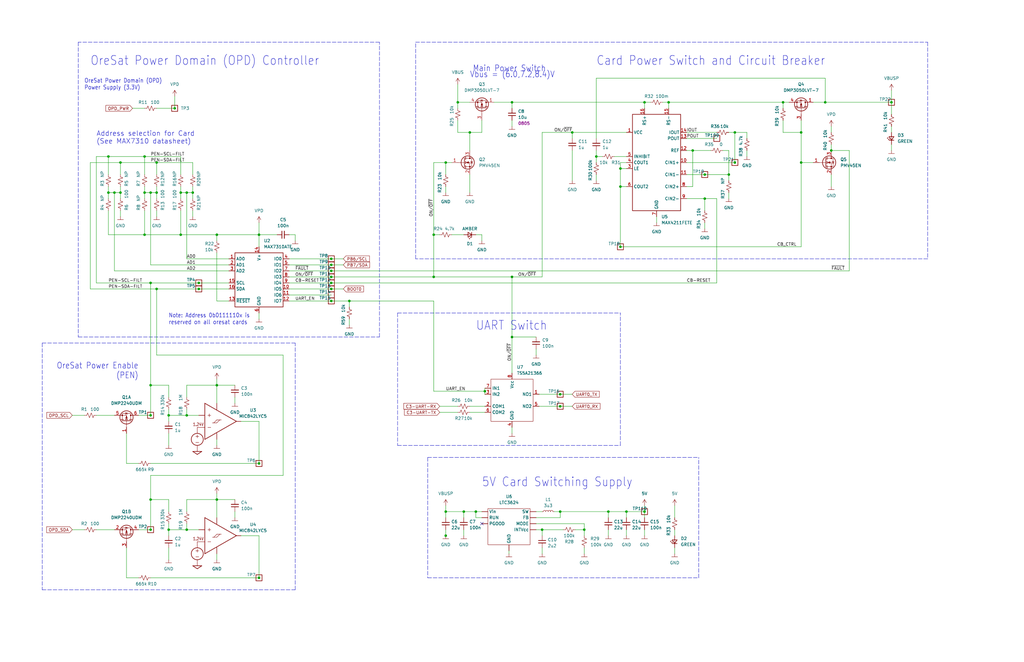
<source format=kicad_sch>
(kicad_sch (version 20211123) (generator eeschema)
  (paper "B")
  (junction (at 337.82 68.58))
  (junction (at 251.46 66.04))
  (junction (at 147.32 127))
  (junction (at 73.66 45.72))
  (junction (at 309.88 68.58))
  (junction (at 350.52 63.5))
  (junction (at 337.82 55.88))
  (junction (at 109.22 195.58))
  (junction (at 139.7 119.38))
  (junction (at 63.5 162.56))
  (junction (at 215.9 142.24))
  (junction (at 63.5 81.28))
  (junction (at 198.12 55.88))
  (junction (at 193.04 43.18))
  (junction (at 297.18 83.82))
  (junction (at 139.7 111.76))
  (junction (at 215.9 43.18))
  (junction (at 271.78 43.18))
  (junction (at 50.8 81.28))
  (junction (at 261.62 78.74))
  (junction (at 78.74 223.52))
  (junction (at 256.54 215.9))
  (junction (at 78.74 175.26))
  (junction (at 195.58 215.9))
  (junction (at 63.5 175.26))
  (junction (at 83.82 119.38))
  (junction (at 236.22 171.45))
  (junction (at 63.5 210.82))
  (junction (at 81.28 81.28))
  (junction (at 60.96 81.28))
  (junction (at 139.7 114.3))
  (junction (at 63.5 223.52))
  (junction (at 187.96 226.0438))
  (junction (at 109.22 243.84))
  (junction (at 330.2 43.18))
  (junction (at 204.47 165.1))
  (junction (at 60.96 99.06))
  (junction (at 228.6 223.52))
  (junction (at 307.34 73.66))
  (junction (at 83.82 121.92))
  (junction (at 309.88 55.88))
  (junction (at 78.74 81.28))
  (junction (at 375.92 43.18))
  (junction (at 215.9 116.84))
  (junction (at 91.44 162.56))
  (junction (at 45.72 81.28))
  (junction (at 236.22 215.9))
  (junction (at 187.96 215.9))
  (junction (at 60.96 66.04))
  (junction (at 91.44 99.06))
  (junction (at 182.88 116.84))
  (junction (at 182.88 99.06))
  (junction (at 76.2 99.06))
  (junction (at 297.18 73.66))
  (junction (at 200.66 215.9))
  (junction (at 292.1 63.5))
  (junction (at 45.72 66.04))
  (junction (at 261.62 71.12))
  (junction (at 264.16 215.9))
  (junction (at 139.7 121.92))
  (junction (at 139.7 127))
  (junction (at 66.04 121.92))
  (junction (at 139.7 109.22))
  (junction (at 109.22 99.06))
  (junction (at 241.3 55.88))
  (junction (at 347.98 43.18))
  (junction (at 91.44 210.82))
  (junction (at 66.04 68.58))
  (junction (at 271.78 215.9))
  (junction (at 261.62 104.14))
  (junction (at 50.8 68.58))
  (junction (at 187.96 68.58))
  (junction (at 63.5 119.38))
  (junction (at 139.7 116.84))
  (junction (at 281.94 43.18))
  (junction (at 66.04 81.28))
  (junction (at 76.2 81.28))
  (junction (at 71.12 223.52))
  (junction (at 71.12 175.26))
  (junction (at 236.22 166.37))
  (junction (at 48.26 81.28))
  (junction (at 246.38 223.52))
  (no_connect (at 203.2 220.98))
  (wire (pts (xy 337.82 55.88) (xy 337.82 68.58)))
  (wire (pts (xy 187.96 226.0438) (xy 187.96 226.06)))
  (wire (pts (xy 147.32 127) (xy 182.88 127)))
  (wire (pts (xy 215.9 142.24) (xy 226.06 142.24)))
  (wire (pts (xy 81.28 78.74) (xy 81.28 81.28)))
  (wire (pts (xy 314.96 58.42) (xy 314.96 55.88)))
  (wire (pts (xy 83.82 119.38) (xy 96.52 119.38)))
  (wire (pts (xy 241.3 55.88) (xy 264.16 55.88)))
  (wire (pts (xy 271.78 43.18) (xy 271.78 45.72)))
  (polyline (pts (xy 180.34 193.04) (xy 180.34 243.84)))
  (wire (pts (xy 182.88 127) (xy 182.88 165.1)))
  (wire (pts (xy 271.78 223.52) (xy 271.78 226.06)))
  (wire (pts (xy 38.1 68.58) (xy 38.1 121.92)))
  (polyline (pts (xy 180.34 193.04) (xy 294.64 193.04)))
  (wire (pts (xy 38.1 121.92) (xy 66.04 121.92)))
  (wire (pts (xy 78.74 109.22) (xy 96.52 109.22)))
  (wire (pts (xy 215.9 142.24) (xy 215.9 157.48)))
  (wire (pts (xy 139.7 109.22) (xy 144.78 109.22)))
  (wire (pts (xy 226.06 147.32) (xy 226.06 149.86)))
  (wire (pts (xy 40.64 223.52) (xy 48.26 223.52)))
  (wire (pts (xy 63.5 210.82) (xy 63.5 200.66)))
  (wire (pts (xy 375.92 43.18) (xy 375.92 48.26)))
  (wire (pts (xy 50.8 68.58) (xy 38.1 68.58)))
  (wire (pts (xy 261.62 68.58) (xy 261.62 71.12)))
  (wire (pts (xy 45.72 66.04) (xy 45.72 73.66)))
  (wire (pts (xy 45.72 78.74) (xy 45.72 81.28)))
  (wire (pts (xy 66.04 88.9) (xy 66.04 91.44)))
  (polyline (pts (xy 160.02 17.78) (xy 33.02 17.78)))
  (polyline (pts (xy 261.62 187.96) (xy 261.62 132.08)))
  (wire (pts (xy 71.12 167.64) (xy 71.12 162.56)))
  (wire (pts (xy 66.04 68.58) (xy 66.04 73.66)))
  (wire (pts (xy 91.44 127) (xy 96.52 127)))
  (wire (pts (xy 121.92 127) (xy 139.7 127)))
  (wire (pts (xy 76.2 99.06) (xy 91.44 99.06)))
  (wire (pts (xy 261.62 78.74) (xy 264.16 78.74)))
  (polyline (pts (xy 17.78 144.78) (xy 124.46 144.78)))
  (wire (pts (xy 347.98 33.02) (xy 347.98 43.18)))
  (wire (pts (xy 182.88 116.84) (xy 139.7 116.84)))
  (wire (pts (xy 40.64 66.04) (xy 40.64 119.38)))
  (wire (pts (xy 60.96 88.9) (xy 60.96 99.06)))
  (wire (pts (xy 200.66 99.06) (xy 203.2 99.06)))
  (wire (pts (xy 63.5 195.58) (xy 109.22 195.58)))
  (wire (pts (xy 60.96 99.06) (xy 76.2 99.06)))
  (wire (pts (xy 30.48 175.26) (xy 35.56 175.26)))
  (wire (pts (xy 309.88 55.88) (xy 307.34 55.88)))
  (wire (pts (xy 58.42 243.84) (xy 53.34 243.84)))
  (wire (pts (xy 281.94 43.18) (xy 281.94 45.72)))
  (wire (pts (xy 91.44 99.06) (xy 109.22 99.06)))
  (polyline (pts (xy 124.46 248.92) (xy 124.46 144.78)))
  (wire (pts (xy 193.04 45.72) (xy 193.04 43.18)))
  (wire (pts (xy 78.74 175.26) (xy 71.12 175.26)))
  (wire (pts (xy 40.64 175.26) (xy 48.26 175.26)))
  (wire (pts (xy 187.96 215.9) (xy 195.58 215.9)))
  (wire (pts (xy 203.2 50.8) (xy 203.2 55.88)))
  (wire (pts (xy 337.82 50.8) (xy 337.82 55.88)))
  (wire (pts (xy 307.34 76.2) (xy 307.34 73.66)))
  (wire (pts (xy 236.22 215.9) (xy 256.54 215.9)))
  (wire (pts (xy 228.6 223.52) (xy 228.6 226.06)))
  (wire (pts (xy 193.04 50.8) (xy 193.04 55.88)))
  (wire (pts (xy 71.12 182.88) (xy 71.12 187.96)))
  (wire (pts (xy 226.06 215.9) (xy 228.6 215.9)))
  (wire (pts (xy 375.92 53.34) (xy 375.92 55.88)))
  (wire (pts (xy 292.1 63.5) (xy 299.72 63.5)))
  (wire (pts (xy 227.33 166.37) (xy 236.22 166.37)))
  (wire (pts (xy 251.46 33.02) (xy 347.98 33.02)))
  (wire (pts (xy 48.26 81.28) (xy 48.26 114.3)))
  (wire (pts (xy 91.44 233.68) (xy 91.44 236.22)))
  (wire (pts (xy 281.94 43.18) (xy 330.2 43.18)))
  (wire (pts (xy 91.44 101.6) (xy 91.44 99.06)))
  (wire (pts (xy 309.88 55.88) (xy 309.88 68.58)))
  (wire (pts (xy 284.48 223.52) (xy 284.48 226.06)))
  (wire (pts (xy 307.34 63.5) (xy 304.8 63.5)))
  (wire (pts (xy 251.46 73.66) (xy 251.46 76.2)))
  (wire (pts (xy 289.56 55.88) (xy 302.26 55.88)))
  (wire (pts (xy 66.04 81.28) (xy 66.04 83.82)))
  (wire (pts (xy 187.96 68.58) (xy 187.96 73.66)))
  (wire (pts (xy 289.56 58.42) (xy 302.26 58.42)))
  (wire (pts (xy 76.2 66.04) (xy 60.96 66.04)))
  (wire (pts (xy 76.2 81.28) (xy 76.2 83.82)))
  (wire (pts (xy 297.18 83.82) (xy 297.18 88.9)))
  (wire (pts (xy 350.52 60.96) (xy 350.52 63.5)))
  (wire (pts (xy 314.96 55.88) (xy 309.88 55.88)))
  (polyline (pts (xy 180.34 243.84) (xy 294.64 243.84)))
  (wire (pts (xy 187.96 215.9) (xy 187.96 218.44)))
  (polyline (pts (xy 160.02 142.24) (xy 160.02 17.78)))
  (wire (pts (xy 187.96 213.36) (xy 187.96 215.9)))
  (wire (pts (xy 264.16 223.52) (xy 264.16 226.06)))
  (wire (pts (xy 297.18 73.66) (xy 289.56 73.66)))
  (wire (pts (xy 214.63 232.41) (xy 214.63 233.68)))
  (wire (pts (xy 45.72 81.28) (xy 45.72 83.82)))
  (wire (pts (xy 297.18 83.82) (xy 302.26 83.82)))
  (wire (pts (xy 76.2 78.74) (xy 76.2 81.28)))
  (wire (pts (xy 71.12 162.56) (xy 63.5 162.56)))
  (wire (pts (xy 63.5 81.28) (xy 63.5 111.76)))
  (wire (pts (xy 182.88 165.1) (xy 204.47 165.1)))
  (wire (pts (xy 330.2 55.88) (xy 337.82 55.88)))
  (wire (pts (xy 241.3 55.88) (xy 241.3 58.42)))
  (wire (pts (xy 215.9 142.24) (xy 215.9 116.84)))
  (wire (pts (xy 60.96 83.82) (xy 60.96 81.28)))
  (wire (pts (xy 81.28 88.9) (xy 81.28 91.44)))
  (wire (pts (xy 242.57 223.52) (xy 246.38 223.52)))
  (wire (pts (xy 195.58 223.52) (xy 195.58 226.06)))
  (wire (pts (xy 198.12 55.88) (xy 198.12 63.5)))
  (wire (pts (xy 256.54 215.9) (xy 264.16 215.9)))
  (wire (pts (xy 48.26 114.3) (xy 96.52 114.3)))
  (wire (pts (xy 271.78 43.18) (xy 274.32 43.18)))
  (wire (pts (xy 40.64 119.38) (xy 63.5 119.38)))
  (wire (pts (xy 121.92 121.92) (xy 139.7 121.92)))
  (wire (pts (xy 63.5 175.26) (xy 58.42 175.26)))
  (wire (pts (xy 279.4 43.18) (xy 281.94 43.18)))
  (wire (pts (xy 227.33 171.45) (xy 236.22 171.45)))
  (wire (pts (xy 204.47 165.1) (xy 204.47 166.37)))
  (wire (pts (xy 251.46 66.04) (xy 254 66.04)))
  (wire (pts (xy 215.9 43.18) (xy 208.28 43.18)))
  (wire (pts (xy 358.14 63.5) (xy 358.14 114.3)))
  (wire (pts (xy 307.34 73.66) (xy 297.18 73.66)))
  (wire (pts (xy 101.6 226.06) (xy 109.22 226.06)))
  (wire (pts (xy 271.78 213.36) (xy 271.78 215.9)))
  (wire (pts (xy 228.6 55.88) (xy 228.6 116.84)))
  (wire (pts (xy 226.06 220.98) (xy 246.38 220.98)))
  (wire (pts (xy 228.6 223.52) (xy 237.49 223.52)))
  (wire (pts (xy 337.82 68.58) (xy 342.9 68.58)))
  (wire (pts (xy 45.72 66.04) (xy 40.64 66.04)))
  (wire (pts (xy 45.72 99.06) (xy 60.96 99.06)))
  (wire (pts (xy 193.04 35.56) (xy 193.04 43.18)))
  (wire (pts (xy 264.16 218.44) (xy 264.16 215.9)))
  (wire (pts (xy 350.52 73.66) (xy 350.52 78.74)))
  (wire (pts (xy 215.9 116.84) (xy 182.88 116.84)))
  (wire (pts (xy 83.82 121.92) (xy 96.52 121.92)))
  (wire (pts (xy 71.12 223.52) (xy 71.12 226.06)))
  (wire (pts (xy 50.8 78.74) (xy 50.8 81.28)))
  (wire (pts (xy 109.22 195.58) (xy 109.22 177.8)))
  (wire (pts (xy 246.38 220.98) (xy 246.38 223.52)))
  (wire (pts (xy 251.46 66.04) (xy 251.46 68.58)))
  (wire (pts (xy 91.44 208.28) (xy 91.44 210.82)))
  (wire (pts (xy 187.96 68.58) (xy 190.5 68.58)))
  (wire (pts (xy 203.2 215.9) (xy 200.66 215.9)))
  (wire (pts (xy 60.96 81.28) (xy 63.5 81.28)))
  (wire (pts (xy 147.32 134.62) (xy 147.32 137.16)))
  (wire (pts (xy 121.92 109.22) (xy 139.7 109.22)))
  (wire (pts (xy 302.26 119.38) (xy 139.7 119.38)))
  (wire (pts (xy 78.74 223.52) (xy 83.82 223.52)))
  (wire (pts (xy 76.2 88.9) (xy 76.2 99.06)))
  (wire (pts (xy 261.62 78.74) (xy 261.62 104.14)))
  (wire (pts (xy 185.42 171.45) (xy 193.04 171.45)))
  (wire (pts (xy 289.56 68.58) (xy 309.88 68.58)))
  (wire (pts (xy 195.58 215.9) (xy 195.58 218.44)))
  (wire (pts (xy 99.06 162.56) (xy 91.44 162.56)))
  (wire (pts (xy 198.12 171.45) (xy 204.47 171.45)))
  (wire (pts (xy 330.2 43.18) (xy 332.74 43.18)))
  (wire (pts (xy 71.12 175.26) (xy 71.12 177.8)))
  (wire (pts (xy 314.96 63.5) (xy 314.96 66.04)))
  (wire (pts (xy 124.46 99.06) (xy 121.92 99.06)))
  (wire (pts (xy 204.47 165.1) (xy 204.47 163.83)))
  (wire (pts (xy 121.92 119.38) (xy 139.7 119.38)))
  (polyline (pts (xy 167.64 132.08) (xy 261.62 132.08)))
  (wire (pts (xy 78.74 215.9) (xy 78.74 210.82)))
  (wire (pts (xy 193.04 43.18) (xy 198.12 43.18)))
  (wire (pts (xy 30.48 223.52) (xy 35.56 223.52)))
  (wire (pts (xy 121.92 114.3) (xy 139.7 114.3)))
  (wire (pts (xy 215.9 50.8) (xy 215.9 53.34)))
  (wire (pts (xy 45.72 81.28) (xy 48.26 81.28)))
  (wire (pts (xy 109.22 99.06) (xy 109.22 104.14)))
  (wire (pts (xy 187.96 223.52) (xy 187.96 226.0438)))
  (wire (pts (xy 261.62 71.12) (xy 264.16 71.12)))
  (wire (pts (xy 236.22 215.9) (xy 236.22 218.44)))
  (wire (pts (xy 53.34 243.84) (xy 53.34 231.14)))
  (wire (pts (xy 63.5 119.38) (xy 83.82 119.38)))
  (wire (pts (xy 81.28 68.58) (xy 66.04 68.58)))
  (wire (pts (xy 66.04 45.72) (xy 73.66 45.72)))
  (wire (pts (xy 91.44 185.42) (xy 91.44 187.96)))
  (wire (pts (xy 297.18 93.98) (xy 297.18 96.52)))
  (wire (pts (xy 187.96 78.74) (xy 187.96 81.28)))
  (wire (pts (xy 307.34 81.28) (xy 307.34 83.82)))
  (wire (pts (xy 119.38 149.86) (xy 66.04 149.86)))
  (wire (pts (xy 63.5 210.82) (xy 63.5 223.52)))
  (polyline (pts (xy 391.16 109.22) (xy 175.26 109.22)))
  (wire (pts (xy 182.88 116.84) (xy 182.88 99.06)))
  (wire (pts (xy 215.9 180.34) (xy 215.9 182.88)))
  (wire (pts (xy 241.3 63.5) (xy 241.3 76.2)))
  (wire (pts (xy 347.98 43.18) (xy 342.9 43.18)))
  (wire (pts (xy 264.16 215.9) (xy 271.78 215.9)))
  (wire (pts (xy 78.74 175.26) (xy 78.74 172.72)))
  (wire (pts (xy 233.68 215.9) (xy 236.22 215.9)))
  (wire (pts (xy 182.88 68.58) (xy 187.96 68.58)))
  (polyline (pts (xy 17.78 144.78) (xy 17.78 248.92)))
  (wire (pts (xy 109.22 93.98) (xy 109.22 99.06)))
  (wire (pts (xy 307.34 73.66) (xy 307.34 63.5)))
  (wire (pts (xy 256.54 223.52) (xy 256.54 226.06)))
  (wire (pts (xy 228.6 116.84) (xy 215.9 116.84)))
  (wire (pts (xy 60.96 66.04) (xy 45.72 66.04)))
  (wire (pts (xy 139.7 127) (xy 147.32 127)))
  (wire (pts (xy 78.74 167.64) (xy 78.74 162.56)))
  (wire (pts (xy 246.38 231.14) (xy 246.38 233.68)))
  (wire (pts (xy 63.5 162.56) (xy 63.5 175.26)))
  (wire (pts (xy 60.96 78.74) (xy 60.96 81.28)))
  (wire (pts (xy 195.58 215.9) (xy 200.66 215.9)))
  (wire (pts (xy 292.1 78.74) (xy 292.1 63.5)))
  (wire (pts (xy 99.06 215.9) (xy 99.06 218.44)))
  (wire (pts (xy 284.48 213.36) (xy 284.48 218.44)))
  (wire (pts (xy 78.74 223.52) (xy 78.74 220.98)))
  (wire (pts (xy 50.8 68.58) (xy 50.8 73.66)))
  (polyline (pts (xy 33.02 142.24) (xy 160.02 142.24)))
  (wire (pts (xy 45.72 88.9) (xy 45.72 99.06)))
  (wire (pts (xy 246.38 223.52) (xy 246.38 226.06)))
  (wire (pts (xy 71.12 210.82) (xy 63.5 210.82)))
  (wire (pts (xy 261.62 104.14) (xy 337.82 104.14)))
  (polyline (pts (xy 167.64 187.96) (xy 261.62 187.96)))
  (wire (pts (xy 228.6 223.52) (xy 226.06 223.52)))
  (wire (pts (xy 66.04 121.92) (xy 83.82 121.92)))
  (wire (pts (xy 66.04 78.74) (xy 66.04 81.28)))
  (wire (pts (xy 63.5 119.38) (xy 63.5 162.56)))
  (wire (pts (xy 78.74 162.56) (xy 91.44 162.56)))
  (wire (pts (xy 284.48 231.14) (xy 284.48 233.68)))
  (wire (pts (xy 182.88 99.06) (xy 182.88 68.58)))
  (polyline (pts (xy 175.26 109.22) (xy 175.26 17.78)))
  (wire (pts (xy 147.32 127) (xy 147.32 129.54)))
  (wire (pts (xy 292.1 63.5) (xy 289.56 63.5)))
  (wire (pts (xy 58.42 195.58) (xy 53.34 195.58)))
  (wire (pts (xy 83.82 175.26) (xy 78.74 175.26)))
  (wire (pts (xy 71.12 223.52) (xy 78.74 223.52)))
  (wire (pts (xy 203.2 99.06) (xy 203.2 101.6)))
  (wire (pts (xy 200.66 218.44) (xy 203.2 218.44)))
  (wire (pts (xy 109.22 226.06) (xy 109.22 243.84)))
  (wire (pts (xy 63.5 81.28) (xy 66.04 81.28)))
  (wire (pts (xy 81.28 81.28) (xy 78.74 81.28)))
  (wire (pts (xy 289.56 78.74) (xy 292.1 78.74)))
  (wire (pts (xy 60.96 66.04) (xy 60.96 73.66)))
  (wire (pts (xy 190.5 99.06) (xy 195.58 99.06)))
  (polyline (pts (xy 33.02 17.78) (xy 33.02 142.24)))
  (wire (pts (xy 76.2 73.66) (xy 76.2 66.04)))
  (wire (pts (xy 99.06 167.64) (xy 99.06 170.18)))
  (wire (pts (xy 109.22 99.06) (xy 116.84 99.06)))
  (wire (pts (xy 48.26 81.28) (xy 50.8 81.28)))
  (wire (pts (xy 259.08 66.04) (xy 264.16 66.04)))
  (wire (pts (xy 78.74 210.82) (xy 91.44 210.82)))
  (wire (pts (xy 71.12 215.9) (xy 71.12 210.82)))
  (wire (pts (xy 66.04 68.58) (xy 50.8 68.58)))
  (wire (pts (xy 236.22 171.45) (xy 241.3 171.45)))
  (wire (pts (xy 375.92 38.1) (xy 375.92 43.18)))
  (wire (pts (xy 78.74 81.28) (xy 78.74 109.22)))
  (wire (pts (xy 264.16 68.58) (xy 261.62 68.58)))
  (wire (pts (xy 109.22 177.8) (xy 101.6 177.8)))
  (wire (pts (xy 330.2 45.72) (xy 330.2 43.18)))
  (wire (pts (xy 358.14 114.3) (xy 139.7 114.3)))
  (wire (pts (xy 347.98 43.18) (xy 375.92 43.18)))
  (wire (pts (xy 302.26 83.82) (xy 302.26 119.38)))
  (wire (pts (xy 53.34 195.58) (xy 53.34 182.88)))
  (wire (pts (xy 215.9 43.18) (xy 271.78 43.18)))
  (wire (pts (xy 289.56 83.82) (xy 297.18 83.82)))
  (wire (pts (xy 375.92 60.96) (xy 375.92 63.5)))
  (wire (pts (xy 55.88 45.72) (xy 60.96 45.72)))
  (wire (pts (xy 139.7 121.92) (xy 144.78 121.92)))
  (polyline (pts (xy 175.26 17.78) (xy 391.16 17.78)))
  (wire (pts (xy 91.44 127) (xy 91.44 106.68)))
  (wire (pts (xy 193.04 55.88) (xy 198.12 55.88)))
  (wire (pts (xy 124.46 101.6) (xy 124.46 99.06)))
  (wire (pts (xy 203.2 55.88) (xy 198.12 55.88)))
  (wire (pts (xy 91.44 210.82) (xy 91.44 218.44)))
  (polyline (pts (xy 17.78 248.92) (xy 124.46 248.92)))
  (wire (pts (xy 71.12 231.14) (xy 71.12 236.22)))
  (wire (pts (xy 350.52 53.34) (xy 350.52 55.88)))
  (wire (pts (xy 251.46 33.02) (xy 251.46 58.42)))
  (wire (pts (xy 50.8 88.9) (xy 50.8 91.44)))
  (wire (pts (xy 81.28 73.66) (xy 81.28 68.58)))
  (wire (pts (xy 256.54 218.44) (xy 256.54 215.9)))
  (wire (pts (xy 109.22 132.08) (xy 109.22 134.62)))
  (wire (pts (xy 71.12 223.52) (xy 71.12 220.98)))
  (wire (pts (xy 121.92 111.76) (xy 139.7 111.76)))
  (wire (pts (xy 271.78 215.9) (xy 271.78 218.44)))
  (wire (pts (xy 121.92 124.46) (xy 139.7 124.46)))
  (wire (pts (xy 91.44 162.56) (xy 91.44 170.18)))
  (wire (pts (xy 228.6 55.88) (xy 241.3 55.88)))
  (wire (pts (xy 182.88 99.06) (xy 185.42 99.06)))
  (wire (pts (xy 73.66 40.64) (xy 73.66 45.72)))
  (wire (pts (xy 337.82 68.58) (xy 337.82 104.14)))
  (wire (pts (xy 109.22 243.84) (xy 63.5 243.84)))
  (wire (pts (xy 139.7 111.76) (xy 144.78 111.76)))
  (wire (pts (xy 58.42 223.52) (xy 63.5 223.52)))
  (wire (pts (xy 261.62 71.12) (xy 261.62 78.74)))
  (wire (pts (xy 119.38 200.66) (xy 119.38 149.86)))
  (wire (pts (xy 236.22 166.37) (xy 241.3 166.37)))
  (polyline (pts (xy 391.16 17.78) (xy 391.16 109.22)))
  (wire (pts (xy 121.92 116.84) (xy 139.7 116.84)))
  (wire (pts (xy 50.8 81.28) (xy 50.8 83.82)))
  (wire (pts (xy 63.5 111.76) (xy 96.52 111.76)))
  (polyline (pts (xy 167.64 132.08) (xy 167.64 187.96)))
  (wire (pts (xy 251.46 63.5) (xy 251.46 66.04)))
  (wire (pts (xy 66.04 149.86) (xy 66.04 121.92)))
  (wire (pts (xy 215.9 45.72) (xy 215.9 43.18)))
  (wire (pts (xy 78.74 81.28) (xy 76.2 81.28)))
  (polyline (pts (xy 294.64 243.84) (xy 294.64 193.04)))
  (wire (pts (xy 81.28 81.28) (xy 81.28 83.82)))
  (wire (pts (xy 226.06 218.44) (xy 236.22 218.44)))
  (wire (pts (xy 71.12 175.26) (xy 71.12 172.72)))
  (wire (pts (xy 185.42 173.99) (xy 193.04 173.99)))
  (wire (pts (xy 200.66 215.9) (xy 200.66 218.44)))
  (wire (pts (xy 198.12 173.99) (xy 204.47 173.99)))
  (wire (pts (xy 350.52 63.5) (xy 358.14 63.5)))
  (wire (pts (xy 330.2 50.8) (xy 330.2 55.88)))
  (wire (pts (xy 63.5 200.66) (xy 119.38 200.66)))
  (wire (pts (xy 228.6 231.14) (xy 228.6 233.68)))
  (wire (pts (xy 91.44 162.56) (xy 91.44 160.02)))
  (wire (pts (xy 198.12 73.66) (xy 198.12 81.28)))
  (wire (pts (xy 276.86 91.44) (xy 276.86 93.98)))
  (wire (pts (xy 91.44 210.82) (xy 99.06 210.82)))
  (text "Vbus = (6.0,7.2,8.4)V" (at 198.12 33.02 180) (effects (font (size 2.54 2.159)) (justify left bottom)))
  (text "5V Card Switching Supply" (at 203.2 205.74 180) (effects (font (size 3.81 3.2385)) (justify left bottom)))
  (text "OreSat Power Domain (OPD)\nPower Supply (3.3V)" (at 35.56 38.1 180) (effects (font (size 1.778 1.5113)) (justify left bottom)))
  (text "OreSat Power Domain (OPD) Controller" (at 38.1 27.94 180) (effects (font (size 3.81 3.2385)) (justify left bottom)))
  (text "UART Switch" (at 200.66 139.7 180) (effects (font (size 3.81 3.2385)) (justify left bottom)))
  (text "Card Power Switch and Circuit Breaker" (at 251.46 27.94 180) (effects (font (size 3.81 3.2385)) (justify left bottom)))
  (text "Note: Address 0b0111110x is\nreserved on all oresat cards" (at 71.12 137.16 0) (effects (font (size 1.778 1.5113)) (justify left bottom)))
  (text "Address selection for Card\n(See MAX7310 datasheet)" (at 40.64 60.96 0) (effects (font (size 2.032 2.032)) (justify left bottom)))
  (text "OreSat Power Enable\n(PEN)" (at 58.42 160.02 180) (effects (font (size 2.54 2.159)) (justify right bottom)))
  (text "Main Power Switch" (at 199.39 30.48 180) (effects (font (size 2.54 2.159)) (justify left bottom)))
  (label "IOUT" (at 289.56 55.88 0))
  (label "AD1" (at 78.74 111.76 0))
  (label "CB_CTRL" (at 327.66 104.14 0))
  (label "~{FAULT}" (at 124.46 114.3 0))
  (label "AD2" (at 78.74 114.3 0))
  (label "CB-RESET" (at 124.46 119.38 0))
  (label "PEN-SCL-FILT" (at 45.72 119.38 0))
  (label "PEN-SCL-FILT" (at 63.5 66.04 0))
  (label "PEN-SDA-FILT" (at 45.72 121.92 0))
  (label "AD0" (at 78.74 109.22 0))
  (label "ON{slash}~{OFF}" (at 182.88 91.44 90))
  (label "UART_EN" (at 187.96 165.1 0))
  (label "CB-RESET" (at 289.56 119.38 0))
  (label "ON{slash}~{OFF}" (at 233.68 55.88 0))
  (label "~{FAULT}" (at 350.52 114.3 0))
  (label "ON{slash}~{OFF}" (at 215.9 152.4 90))
  (label "ON{slash}~{OFF}" (at 124.46 116.84 0))
  (label "POUT" (at 289.56 58.42 0))
  (label "UART_EN" (at 124.46 127 0))
  (label "PEN-SDA-FILT" (at 63.5 68.58 0))
  (label "ON{slash}~{OFF}" (at 218.44 116.84 0))
  (global_label "C3-UART-TX" (shape input) (at 185.42 173.99 180) (property "Intersheet References" "${INTERSHEET_REFS}" (effects hide)))
  (global_label "OPD_SCL" (shape input) (at 30.48 175.26 180) (property "Intersheet References" "${INTERSHEET_REFS}" (effects hide)))
  (global_label "OPD_PWR" (shape input) (at 55.88 45.72 180) (property "Intersheet References" "${INTERSHEET_REFS}" (effects hide)))
  (global_label "OPD_SDA" (shape input) (at 30.48 223.52 180) (property "Intersheet References" "${INTERSHEET_REFS}" (effects hide)))
  (global_label "PB7{slash}SDA" (shape input) (at 144.78 111.76 0) (property "Intersheet References" "${INTERSHEET_REFS}" (effects hide)))
  (global_label "UART0_TX" (shape input) (at 241.3 166.37 0) (property "Intersheet References" "${INTERSHEET_REFS}" (effects hide)))
  (global_label "BOOT0" (shape input) (at 144.78 121.92 0) (property "Intersheet References" "${INTERSHEET_REFS}" (effects hide)))
  (global_label "C3-UART-RX" (shape input) (at 185.42 171.45 180) (property "Intersheet References" "${INTERSHEET_REFS}" (effects hide)))
  (global_label "PB6{slash}SCL" (shape input) (at 144.78 109.22 0) (property "Intersheet References" "${INTERSHEET_REFS}" (effects hide)))
  (global_label "UART0_RX" (shape input) (at 241.3 171.45 0) (property "Intersheet References" "${INTERSHEET_REFS}" (effects hide)))
  (symbol (lib_id "OreSat-Power:VBUS") (at 193.04 35.56 0) (unit 1)
    (property "Reference" "#VBUS0101" (effects hide))
    (property "Value" "VBUS" (at 193.04 30.48 0))
  )
  (symbol (lib_id "OreSat-Power:GND") (at 276.86 93.98 0) (unit 1)
    (property "Reference" "#GND0110" (effects hide))
    (property "Value" "GND" (at 276.86 97.79 0))
  )
  (symbol (lib_id "Q-DiodesInc-DMP3050LVT-PCH-Mosfet:DMP3050LVT-7") (at 203.2 45.72 270) (mirror x) (unit 1)
    (property "Reference" "Q3" (at 203.2 35.56 90))
    (property "Value" "DMP3050LVT-7" (at 203.2 38.1 90))
    (property "Footprint" "Package_TO_SOT_SMD:SOT-23-6" (effects hide))
    (property "Datasheet" "https://www.diodes.com/assets/Datasheets/DMP3050LVT.pdf" (effects hide))
  )
  (symbol (lib_id "OreSat-TestPoint:Test-Point") (at 139.7 127 0) (unit 1)
    (property "Reference" "TP15" (at 134.62 125.73 0) (effects (justify left)))
    (property "Value" "Test-Point" (effects hide))
    (property "Footprint" "OreSat-TestPoint:1X01" (effects hide))
  )
  (symbol (lib_id "OreSat-Power:VPD") (at 91.44 208.28 0) (unit 1)
    (property "Reference" "#VPD0103" (effects hide))
    (property "Value" "VPD" (at 91.44 203.2 0))
  )
  (symbol (lib_id "OreSat-TestPoint:Test-Point") (at 109.22 243.84 0) (unit 1)
    (property "Reference" "TP7" (at 104.14 242.57 0) (effects (justify left)))
    (property "Value" "Test-Point" (effects hide))
    (property "Footprint" "OreSat-TestPoint:1X01" (effects hide))
  )
  (symbol (lib_id "Device:R_Small_US") (at 45.72 76.2 0) (unit 1)
    (property "Reference" "R3" (at 43.18 78.74 90) (effects (justify left)))
    (property "Value" "NP" (at 43.18 74.93 90) (effects (justify left)))
    (property "Footprint" "Resistor_SMD:R_0603_1608Metric" (effects hide))
  )
  (symbol (lib_id "OreSat-Power:VPD") (at 109.22 93.98 0) (unit 1)
    (property "Reference" "#VPD0102" (effects hide))
    (property "Value" "VPD" (at 109.22 88.9 0))
  )
  (symbol (lib_id "Device:C_Small") (at 215.9 48.26 180) (unit 1)
    (property "Reference" "C8" (at 218.44 46.9835 0) (effects (justify right)))
    (property "Value" "10u" (at 218.44 49.5235 0) (effects (justify right)))
    (property "Footprint" "Capacitor_SMD:C_0805_2012Metric" (effects hide))
    (property "Field4" "0805" (at 220.98 52.07 0))
  )
  (symbol (lib_id "OreSat-Power:GND") (at 187.96 226.0438 0) (unit 1)
    (property "Reference" "#GND0131" (effects hide))
    (property "Value" "GND" (at 187.96 229.8538 0))
  )
  (symbol (lib_id "Device:R_Small_US") (at 50.8 76.2 0) (unit 1)
    (property "Reference" "R5" (at 53.34 78.74 90) (effects (justify left)))
    (property "Value" "NP" (at 53.34 74.93 90) (effects (justify left)))
    (property "Footprint" "Resistor_SMD:R_0603_1608Metric" (effects hide))
  )
  (symbol (lib_id "Device:R_Small_US") (at 63.5 45.72 90) (unit 1)
    (property "Reference" "R11" (at 62.23 43.18 90) (effects (justify left)))
    (property "Value" "100" (at 67.31 43.18 90) (effects (justify left)))
    (property "Footprint" "Resistor_SMD:R_0603_1608Metric" (effects hide))
  )
  (symbol (lib_id "OreSat-TestPoint:Test-Point") (at 139.7 121.92 0) (unit 1)
    (property "Reference" "TP13" (at 134.62 120.65 0) (effects (justify left)))
    (property "Value" "Test-Point" (effects hide))
    (property "Footprint" "OreSat-TestPoint:1X01" (effects hide))
  )
  (symbol (lib_id "OreSat-Power:5V") (at 271.78 213.36 0) (unit 1)
    (property "Reference" "#5V0101" (effects hide))
    (property "Value" "5V" (at 271.78 208.28 0))
  )
  (symbol (lib_id "Device:C_Small") (at 195.58 220.98 0) (unit 1)
    (property "Reference" "C7" (at 197.9041 220.1516 0) (effects (justify left)))
    (property "Value" "100n" (at 197.9041 222.6885 0) (effects (justify left)))
    (property "Footprint" "Capacitor_SMD:C_0603_1608Metric" (effects hide))
  )
  (symbol (lib_id "Device:C_Small") (at 187.96 220.98 0) (unit 1)
    (property "Reference" "C6" (at 190.2841 220.1516 0) (effects (justify left)))
    (property "Value" "22u" (at 190.2841 222.6885 0) (effects (justify left)))
    (property "Footprint" "Capacitor_SMD:C_1210_3225Metric" (effects hide))
    (property "Description" "CAP CER 22UF 16V X7R 1210" (effects hide))
    (property "MFR" "Samsung Electro-Mechanics" (effects hide))
    (property "MPN" "CL32B226MOJVPNE" (effects hide))
  )
  (symbol (lib_id "Device:R_Small_US") (at 314.96 60.96 180) (unit 1)
    (property "Reference" "R38" (at 312.42 62.23 90) (effects (justify left)))
    (property "Value" "4.7k" (at 312.42 57.15 90) (effects (justify left)))
    (property "Footprint" "Resistor_SMD:R_0603_1608Metric" (effects hide))
  )
  (symbol (lib_id "Device:C_Small") (at 256.54 220.98 0) (unit 1)
    (property "Reference" "C13" (at 258.8641 220.1516 0) (effects (justify left)))
    (property "Value" "22u" (at 258.8641 222.6885 0) (effects (justify left)))
    (property "Footprint" "Capacitor_SMD:C_1210_3225Metric" (effects hide))
    (property "MPN" "CL32B226MOJVPNE" (effects hide))
    (property "MFR" "Samsung Electro-Mechanics" (effects hide))
    (property "Description" "CAP CER 22UF 16V X7R 1210" (effects hide))
  )
  (symbol (lib_id "OreSat-Power:VPD") (at 73.66 40.64 0) (unit 1)
    (property "Reference" "#VPD0105" (effects hide))
    (property "Value" "VPD" (at 73.66 35.56 0))
  )
  (symbol (lib_id "Device:R_Small_US") (at 147.32 132.08 180) (unit 1)
    (property "Reference" "R59" (at 144.78 133.35 90) (effects (justify left)))
    (property "Value" "10k" (at 144.78 128.27 90) (effects (justify left)))
    (property "Footprint" "Resistor_SMD:R_0603_1608Metric" (effects hide))
  )
  (symbol (lib_id "Device:R_Small_US") (at 66.04 86.36 0) (unit 1)
    (property "Reference" "R13" (at 68.58 88.9 90) (effects (justify left)))
    (property "Value" "100" (at 68.58 83.82 90) (effects (justify left)))
    (property "Footprint" "Resistor_SMD:R_0603_1608Metric" (effects hide))
  )
  (symbol (lib_id "OreSat-TestPoint:Test-Point") (at 63.5 175.26 0) (unit 1)
    (property "Reference" "TP1" (at 58.42 173.99 0) (effects (justify left)))
    (property "Value" "Test-Point" (effects hide))
    (property "Footprint" "OreSat-TestPoint:1X01" (effects hide))
  )
  (symbol (lib_id "Device:R_Small_US") (at 60.96 243.84 270) (unit 1)
    (property "Reference" "R10" (at 62.23 246.38 90) (effects (justify left)))
    (property "Value" "665k" (at 57.15 246.38 90) (effects (justify left)))
    (property "Footprint" "Resistor_SMD:R_0603_1608Metric" (effects hide))
  )
  (symbol (lib_id "Device:R_Small_US") (at 71.12 218.44 180) (unit 1)
    (property "Reference" "R15" (at 68.58 219.71 90) (effects (justify left)))
    (property "Value" "330k" (at 68.58 214.63 90) (effects (justify left)))
    (property "Footprint" "Resistor_SMD:R_0603_1608Metric" (effects hide))
  )
  (symbol (lib_id "Device:C_Small") (at 241.3 60.96 180) (unit 1)
    (property "Reference" "C11" (at 243.84 59.6835 0) (effects (justify right)))
    (property "Value" "1u" (at 243.84 62.2235 0) (effects (justify right)))
    (property "Footprint" "Capacitor_SMD:C_0603_1608Metric" (effects hide))
  )
  (symbol (lib_id "Device:C_Small") (at 71.12 228.6 180) (unit 1)
    (property "Reference" "C2" (at 73.66 227.3235 0) (effects (justify right)))
    (property "Value" "1u" (at 73.66 229.8635 0) (effects (justify right)))
    (property "Footprint" "Capacitor_SMD:C_0805_2012Metric" (effects hide))
  )
  (symbol (lib_id "Device:R_Small_US") (at 246.38 228.6 0) (unit 1)
    (property "Reference" "R29" (at 248.92 227.3299 0) (effects (justify left)))
    (property "Value" "100k" (at 248.92 229.8699 0) (effects (justify left)))
    (property "Footprint" "Resistor_SMD:R_0603_1608Metric" (effects hide))
  )
  (symbol (lib_id "Device:C_Small") (at 119.38 99.06 90) (unit 1)
    (property "Reference" "C5" (at 119.3863 92.71 90))
    (property "Value" "100n" (at 119.3863 95.25 90))
    (property "Footprint" "Capacitor_SMD:C_0603_1608Metric" (effects hide))
  )
  (symbol (lib_id "U-Microchip-MIC842-Comparator:MIC842LYC5") (at 91.44 177.8 0) (unit 1)
    (property "Reference" "U3" (at 106.68 173.101 0))
    (property "Value" "MIC842LYC5" (at 106.68 175.641 0))
    (property "Footprint" "Package_TO_SOT_SMD:SOT-353_SC-70-5" (effects hide))
    (property "Datasheet" "https://ww1.microchip.com/downloads/aemDocuments/documents/OTH/ProductDocuments/DataSheets/20005758A.pdf" (effects hide))
  )
  (symbol (lib_id "Device:R_Small_US") (at 38.1 175.26 90) (unit 1)
    (property "Reference" "R1" (at 36.83 172.72 90) (effects (justify left)))
    (property "Value" "100" (at 41.91 172.72 90) (effects (justify left)))
    (property "Footprint" "Resistor_SMD:R_0603_1608Metric" (effects hide))
  )
  (symbol (lib_id "Device:R_Small_US") (at 50.8 86.36 0) (unit 1)
    (property "Reference" "R6" (at 53.34 88.9 90) (effects (justify left)))
    (property "Value" "100" (at 53.34 83.82 90) (effects (justify left)))
    (property "Footprint" "Resistor_SMD:R_0603_1608Metric" (effects hide))
  )
  (symbol (lib_id "Device:R_Small_US") (at 76.2 76.2 0) (unit 1)
    (property "Reference" "R16" (at 73.66 78.74 90) (effects (justify left)))
    (property "Value" "NP" (at 73.66 74.93 90) (effects (justify left)))
    (property "Footprint" "Resistor_SMD:R_0603_1608Metric" (effects hide))
  )
  (symbol (lib_id "OreSat-Power:GND") (at 109.22 134.62 0) (unit 1)
    (property "Reference" "#GND0118" (effects hide))
    (property "Value" "GND" (at 109.22 138.43 0))
  )
  (symbol (lib_id "Device:LED_Small") (at 375.92 58.42 90) (unit 1)
    (property "Reference" "D3" (at 378.46 57.0864 90) (effects (justify right)))
    (property "Value" "GREEN" (at 378.46 59.6264 90) (effects (justify right)))
    (property "Footprint" "LED_SMD:LED_0603_1608Metric" (effects hide))
  )
  (symbol (lib_id "Device:R_Small_US") (at 307.34 78.74 180) (unit 1)
    (property "Reference" "R37" (at 304.8 80.01 90) (effects (justify left)))
    (property "Value" "NP" (at 304.8 74.93 90) (effects (justify left)))
    (property "Footprint" "Resistor_SMD:R_0603_1608Metric" (effects hide))
  )
  (symbol (lib_id "OreSat-TestPoint:Test-Point") (at 139.7 124.46 0) (unit 1)
    (property "Reference" "TP14" (at 134.62 123.19 0) (effects (justify left)))
    (property "Value" "Test-Point" (effects hide))
    (property "Footprint" "OreSat-TestPoint:1X01" (effects hide))
  )
  (symbol (lib_id "Device:Q_Dual_PMOS_G1S2G2D2S1D1") (at 53.34 177.8 270) (mirror x) (unit 1)
    (property "Reference" "Q1" (at 53.34 167.64 90))
    (property "Value" "DMP2240UDM" (at 53.34 170.18 90))
    (property "Footprint" "Package_TO_SOT_SMD:SOT-23-6" (effects hide))
    (property "Datasheet" "https://www.diodes.com/assets/Datasheets/ds31197.pdf" (effects hide))
  )
  (symbol (lib_id "Device:C_Small") (at 271.78 220.98 0) (unit 1)
    (property "Reference" "C15" (at 274.1041 220.1516 0) (effects (justify left)))
    (property "Value" "100n" (at 274.1041 222.6885 0) (effects (justify left)))
    (property "Footprint" "Capacitor_SMD:C_0603_1608Metric" (effects hide))
  )
  (symbol (lib_id "OreSat-Power:GND") (at 71.12 236.22 0) (unit 1)
    (property "Reference" "#GND0119" (effects hide))
    (property "Value" "GND" (at 71.12 240.03 0))
  )
  (symbol (lib_id "Device:C_Small") (at 251.46 60.96 180) (unit 1)
    (property "Reference" "C12" (at 254 59.6835 0) (effects (justify right)))
    (property "Value" "1u" (at 254 62.2235 0) (effects (justify right)))
    (property "Footprint" "Capacitor_SMD:C_0603_1608Metric" (effects hide))
  )
  (symbol (lib_id "OreSat-Power:GND") (at 375.92 63.5 0) (unit 1)
    (property "Reference" "#GND0106" (effects hide))
    (property "Value" "GND" (at 375.92 67.31 0))
  )
  (symbol (lib_id "Device:R_Small_US") (at 350.52 58.42 180) (unit 1)
    (property "Reference" "R40" (at 347.98 59.69 90) (effects (justify left)))
    (property "Value" "10k" (at 347.98 54.61 90) (effects (justify left)))
    (property "Footprint" "Resistor_SMD:R_0603_1608Metric" (effects hide))
  )
  (symbol (lib_id "Device:R_Small_US") (at 330.2 48.26 180) (unit 1)
    (property "Reference" "R39" (at 327.66 49.53 90) (effects (justify left)))
    (property "Value" "10k" (at 327.66 44.45 90) (effects (justify left)))
    (property "Footprint" "Resistor_SMD:R_0603_1608Metric" (effects hide))
  )
  (symbol (lib_id "Device:C_Small") (at 226.06 144.78 180) (unit 1)
    (property "Reference" "C9" (at 228.6 143.5035 0) (effects (justify right)))
    (property "Value" "100n" (at 228.6 146.0435 0) (effects (justify right)))
    (property "Footprint" "Capacitor_SMD:C_0603_1608Metric" (effects hide))
  )
  (symbol (lib_id "OreSat-TestPoint:Test-Point") (at 302.26 58.42 0) (unit 1)
    (property "Reference" "TP109" (at 297.18 57.15 0) (effects (justify left)))
    (property "Value" "Test-Point" (effects hide))
    (property "Footprint" "OreSat-TestPoint:1X01" (effects hide))
  )
  (symbol (lib_id "Device:C_Small") (at 228.6 228.6 0) (unit 1)
    (property "Reference" "C10" (at 230.9241 227.7716 0) (effects (justify left)))
    (property "Value" "2u2" (at 230.9241 230.3085 0) (effects (justify left)))
    (property "Footprint" "Capacitor_SMD:C_0603_1608Metric" (effects hide))
  )
  (symbol (lib_id "OreSat-Power:GND") (at 81.28 91.44 0) (unit 1)
    (property "Reference" "#GND0116" (effects hide))
    (property "Value" "GND" (at 81.28 95.25 0))
  )
  (symbol (lib_id "OreSat-Power:5V") (at 284.48 213.36 0) (unit 1)
    (property "Reference" "#5V0102" (effects hide))
    (property "Value" "5V" (at 284.48 208.28 0))
  )
  (symbol (lib_id "Device:R_Small_US") (at 276.86 43.18 90) (unit 1)
    (property "Reference" "R32" (at 275.59 40.64 90) (effects (justify left)))
    (property "Value" "100m" (at 281.94 40.64 90) (effects (justify left)))
    (property "Footprint" "Resistor_SMD:R_1206_3216Metric" (effects hide))
  )
  (symbol (lib_id "Device:R_Small_US") (at 375.92 50.8 180) (unit 1)
    (property "Reference" "R41" (at 373.38 52.07 90) (effects (justify left)))
    (property "Value" "10k" (at 373.38 46.99 90) (effects (justify left)))
    (property "Footprint" "Resistor_SMD:R_0603_1608Metric" (effects hide))
  )
  (symbol (lib_id "OreSat-TestPoint:Test-Point") (at 236.22 171.45 0) (unit 1)
    (property "Reference" "TP17" (at 231.14 170.18 0) (effects (justify left)))
    (property "Value" "Test-Point" (effects hide))
    (property "Footprint" "OreSat-TestPoint:1X01" (effects hide))
  )
  (symbol (lib_id "Device:R_Small_US") (at 91.44 104.14 0) (unit 1)
    (property "Reference" "R22" (at 86.36 102.87 0) (effects (justify left)))
    (property "Value" "10k" (at 86.36 105.41 0) (effects (justify left)))
    (property "Footprint" "Resistor_SMD:R_0603_1608Metric" (effects hide))
  )
  (symbol (lib_id "OreSat-Power:VPD") (at 91.44 160.02 0) (unit 1)
    (property "Reference" "#VPD0104" (effects hide))
    (property "Value" "VPD" (at 91.44 154.94 0))
  )
  (symbol (lib_id "OreSat-Power:GND") (at 307.34 83.82 0) (unit 1)
    (property "Reference" "#GND0107" (effects hide))
    (property "Value" "GND" (at 307.34 87.63 0))
  )
  (symbol (lib_id "OreSat-TestPoint:Test-Point") (at 73.66 45.72 0) (unit 1)
    (property "Reference" "TP3" (at 76.2 45.72 0) (effects (justify left)))
    (property "Value" "Test-Point" (effects hide))
    (property "Footprint" "OreSat-TestPoint:1X01" (effects hide))
  )
  (symbol (lib_id "OreSat-TestPoint:Test-Point") (at 271.78 215.9 0) (unit 1)
    (property "Reference" "TP110" (at 266.7 214.63 0) (effects (justify left)))
    (property "Value" "Test-Point" (effects hide))
    (property "Footprint" "OreSat-TestPoint:1X01" (effects hide))
  )
  (symbol (lib_id "Device:C_Small") (at 264.16 220.98 0) (unit 1)
    (property "Reference" "C14" (at 266.4841 220.1516 0) (effects (justify left)))
    (property "Value" "22u" (at 266.4841 222.6885 0) (effects (justify left)))
    (property "Footprint" "Capacitor_SMD:C_1210_3225Metric" (effects hide))
    (property "MPN" "CL32B226MOJVPNE" (effects hide))
    (property "MFR" "Samsung Electro-Mechanics" (effects hide))
    (property "Description" "CAP CER 22UF 16V X7R 1210" (effects hide))
  )
  (symbol (lib_id "OreSat-Power:GND") (at 226.06 149.86 0) (unit 1)
    (property "Reference" "#GND0132" (effects hide))
    (property "Value" "GND" (at 226.06 153.67 0))
  )
  (symbol (lib_id "U-Maxim-MAX4211-power-monitor:MAX4211FETE") (at 276.86 66.04 0) (unit 1)
    (property "Reference" "U5" (at 278.8794 91.44 0) (effects (justify left)))
    (property "Value" "MAX4211FETE" (at 278.8794 93.98 0) (effects (justify left)))
    (property "Footprint" "Package_DFN_QFN:QFN-16-1EP_4x4mm_P0.65mm_EP2.1x2.1mm" (effects hide))
    (property "Datasheet" "https://www.mouser.com/datasheet/2/256/MAX4210-MAX4211-1265251.pdf" (effects hide))
  )
  (symbol (lib_id "Device:R_Small_US") (at 66.04 76.2 0) (unit 1)
    (property "Reference" "R12" (at 68.58 78.74 90) (effects (justify left)))
    (property "Value" "NP" (at 68.58 74.93 90) (effects (justify left)))
    (property "Footprint" "Resistor_SMD:R_0603_1608Metric" (effects hide))
  )
  (symbol (lib_id "OreSat-Power:GND") (at 264.16 226.06 0) (unit 1)
    (property "Reference" "#GND0134" (effects hide))
    (property "Value" "GND" (at 264.16 229.87 0))
  )
  (symbol (lib_id "OreSat-Power:GND") (at 91.44 236.22 0) (unit 1)
    (property "Reference" "#GND0120" (effects hide))
    (property "Value" "GND" (at 91.44 240.03 0))
  )
  (symbol (lib_id "Device:R_Small_US") (at 38.1 223.52 90) (unit 1)
    (property "Reference" "R2" (at 36.83 220.98 90) (effects (justify left)))
    (property "Value" "100" (at 41.91 220.98 90) (effects (justify left)))
    (property "Footprint" "Resistor_SMD:R_0603_1608Metric" (effects hide))
  )
  (symbol (lib_id "OreSat-Power:GND") (at 99.06 218.44 0) (unit 1)
    (property "Reference" "#GND0121" (effects hide))
    (property "Value" "GND" (at 99.06 222.25 0))
  )
  (symbol (lib_id "Device:R_Small_US") (at 78.74 170.18 180) (unit 1)
    (property "Reference" "R18" (at 76.2 171.45 90) (effects (justify left)))
    (property "Value" "1M" (at 76.2 166.37 90) (effects (justify left)))
    (property "Footprint" "Resistor_SMD:R_0603_1608Metric" (effects hide))
  )
  (symbol (lib_id "Device:R_Small_US") (at 60.96 195.58 270) (unit 1)
    (property "Reference" "R9" (at 62.23 198.12 90) (effects (justify left)))
    (property "Value" "665k" (at 57.15 198.12 90) (effects (justify left)))
    (property "Footprint" "Resistor_SMD:R_0603_1608Metric" (effects hide))
  )
  (symbol (lib_id "OreSat-Power:GND") (at 203.2 101.6 0) (unit 1)
    (property "Reference" "#GND0111" (effects hide))
    (property "Value" "GND" (at 203.2 105.41 0))
  )
  (symbol (lib_id "OreSat-Power:GND") (at 124.46 101.6 0) (unit 1)
    (property "Reference" "#GND0117" (effects hide))
    (property "Value" "GND" (at 124.46 105.41 0))
  )
  (symbol (lib_id "OreSat-TestPoint:Test-Point") (at 261.62 104.14 0) (unit 1)
    (property "Reference" "TP18" (at 256.54 102.87 0) (effects (justify left)))
    (property "Value" "Test-Point" (effects hide))
    (property "Footprint" "OreSat-TestPoint:1X01" (effects hide))
  )
  (symbol (lib_id "Device:R_Small_US") (at 78.74 218.44 180) (unit 1)
    (property "Reference" "R19" (at 76.2 219.71 90) (effects (justify left)))
    (property "Value" "1M" (at 76.2 214.63 90) (effects (justify left)))
    (property "Footprint" "Resistor_SMD:R_0603_1608Metric" (effects hide))
  )
  (symbol (lib_id "Device:R_Small_US") (at 71.12 170.18 180) (unit 1)
    (property "Reference" "R14" (at 68.58 171.45 90) (effects (justify left)))
    (property "Value" "330k" (at 68.58 166.37 90) (effects (justify left)))
    (property "Footprint" "Resistor_SMD:R_0603_1608Metric" (effects hide))
  )
  (symbol (lib_id "OreSat-TestPoint:Test-Point") (at 139.7 116.84 0) (unit 1)
    (property "Reference" "TP11" (at 134.62 115.57 0) (effects (justify left)))
    (property "Value" "Test-Point" (effects hide))
    (property "Footprint" "OreSat-TestPoint:1X01" (effects hide))
  )
  (symbol (lib_id "OreSat-Power:GND") (at 66.04 91.44 0) (unit 1)
    (property "Reference" "#GND0114" (effects hide))
    (property "Value" "GND" (at 66.04 95.25 0))
  )
  (symbol (lib_id "Device:R_Small_US") (at 45.72 86.36 0) (unit 1)
    (property "Reference" "R4" (at 43.18 88.9 90) (effects (justify left)))
    (property "Value" "NP" (at 43.18 85.09 90) (effects (justify left)))
    (property "Footprint" "Resistor_SMD:R_0603_1608Metric" (effects hide))
  )
  (symbol (lib_id "U-Linear Tech-LTC3624:LTC3624") (at 214.63 212.09 0) (unit 1)
    (property "Reference" "U6" (at 214.63 209.55 0))
    (property "Value" "LTC3624" (at 214.63 212.09 0))
    (property "Footprint" "oresat-footprints:DFN-8-1EP_3x3mm_P0.5mm_EP1.65x2.38mm_ThermalVias0.3mm" (effects hide))
    (property "Datasheet" "https://www.analog.com/media/en/technical-documentation/data-sheets/36242fd.pdf" (effects hide))
    (property "MPN" "LTC3624IDD-5#PBF" (effects hide))
    (property "Description" "IC REG BUCK 5V 2A 8DFN" (effects hide))
    (property "MFR" "Analog Devices" (effects hide))
  )
  (symbol (lib_id "OreSat-Power:GND") (at 297.18 96.52 0) (unit 1)
    (property "Reference" "#GND0109" (effects hide))
    (property "Value" "GND" (at 297.18 100.33 0))
  )
  (symbol (lib_id "OreSat-Power:VBUSP") (at 375.92 38.1 0) (unit 1)
    (property "Reference" "#VBUSP0101" (effects hide))
    (property "Value" "VBUSP" (at 375.92 33.02 0))
  )
  (symbol (lib_id "OreSat-Power:GND") (at 147.32 137.16 0) (unit 1)
    (property "Reference" "#GND0183" (effects hide))
    (property "Value" "GND" (at 147.32 140.97 0))
  )
  (symbol (lib_id "Q-DiodesInc-DMP3050LVT-PCH-Mosfet:DMP3050LVT-7") (at 337.82 45.72 270) (mirror x) (unit 1)
    (property "Reference" "Q4" (at 337.82 35.56 90))
    (property "Value" "DMP3050LVT-7" (at 337.82 38.1 90))
    (property "Footprint" "Package_TO_SOT_SMD:SOT-23-6" (effects hide))
    (property "Datasheet" "https://www.diodes.com/assets/Datasheets/DMP3050LVT.pdf" (effects hide))
  )
  (symbol (lib_id "OreSat-Power:GND") (at 215.9 182.88 0) (unit 1)
    (property "Reference" "#GND0130" (effects hide))
    (property "Value" "GND" (at 215.9 186.69 0))
  )
  (symbol (lib_id "OreSat-TestPoint:Test-Point") (at 109.22 195.58 0) (unit 1)
    (property "Reference" "TP6" (at 104.14 194.31 0) (effects (justify left)))
    (property "Value" "Test-Point" (effects hide))
    (property "Footprint" "OreSat-TestPoint:1X01" (effects hide))
  )
  (symbol (lib_id "OreSat-Power:VBUSP") (at 187.96 213.36 0) (unit 1)
    (property "Reference" "#VBUSP0102" (effects hide))
    (property "Value" "VBUSP" (at 187.96 208.28 0))
  )
  (symbol (lib_id "U-Maxim-MAX7310-I2C-GPIO-expander:MAX7310") (at 109.22 116.84 0) (unit 1)
    (property "Reference" "U2" (at 111.2394 101.6 0) (effects (justify left)))
    (property "Value" "MAX7310ATE" (at 111.2394 104.14 0) (effects (justify left)))
    (property "Footprint" "Package_DFN_QFN:QFN-16-1EP_4x4mm_P0.65mm_EP2.1x2.1mm" (effects hide))
    (property "Datasheet" "https://datasheets.maximintegrated.com/en/ds/MAX7310.pdf" (effects hide))
  )
  (symbol (lib_id "OreSat-Power:GND") (at 251.46 76.2 0) (unit 1)
    (property "Reference" "#GND0105" (effects hide))
    (property "Value" "GND" (at 251.46 80.01 0))
  )
  (symbol (lib_id "Device:R_Small_US") (at 187.96 76.2 180) (unit 1)
    (property "Reference" "R23" (at 185.42 77.47 90) (effects (justify left)))
    (property "Value" "10k" (at 185.42 72.39 90) (effects (justify left)))
    (property "Footprint" "Resistor_SMD:R_0603_1608Metric" (effects hide))
  )
  (symbol (lib_id "OreSat-Power:GND") (at 71.12 187.96 0) (unit 1)
    (property "Reference" "#GND0122" (effects hide))
    (property "Value" "GND" (at 71.12 191.77 0))
  )
  (symbol (lib_id "Device:R_Small_US") (at 193.04 48.26 180) (unit 1)
    (property "Reference" "R25" (at 190.5 49.53 90) (effects (justify left)))
    (property "Value" "10k" (at 190.5 44.45 90) (effects (justify left)))
    (property "Footprint" "Resistor_SMD:R_0603_1608Metric" (effects hide))
  )
  (symbol (lib_id "OreSat-TestPoint:Test-Point") (at 139.7 111.76 0) (unit 1)
    (property "Reference" "TP9" (at 134.62 110.49 0) (effects (justify left)))
    (property "Value" "Test-Point" (effects hide))
    (property "Footprint" "OreSat-TestPoint:1X01" (effects hide))
  )
  (symbol (lib_id "OreSat-Power:GND") (at 99.06 170.18 0) (unit 1)
    (property "Reference" "#GND0124" (effects hide))
    (property "Value" "GND" (at 99.06 173.99 0))
  )
  (symbol (lib_id "Device:Q_NMOS_GSD") (at 347.98 68.58 0) (unit 1)
    (property "Reference" "Q5" (at 354.33 67.3099 0) (effects (justify left)))
    (property "Value" "PMV45EN" (at 354.33 69.8499 0) (effects (justify left)))
    (property "Footprint" "oresat-footprints:SOT23" (effects hide))
    (property "Datasheet" "https://assets.nexperia.com/documents/data-sheet/PMV45EN2.pdf" (effects hide))
  )
  (symbol (lib_id "OreSat-TestPoint:Test-Point") (at 236.22 166.37 0) (unit 1)
    (property "Reference" "TP16" (at 231.14 165.1 0) (effects (justify left)))
    (property "Value" "Test-Point" (effects hide))
    (property "Footprint" "OreSat-TestPoint:1X01" (effects hide))
  )
  (symbol (lib_id "OreSat-Power:GND") (at 241.3 76.2 0) (unit 1)
    (property "Reference" "#GND0103" (effects hide))
    (property "Value" "GND" (at 241.3 80.01 0))
  )
  (symbol (lib_id "OreSat-TestPoint:Test-Point") (at 83.82 119.38 0) (unit 1)
    (property "Reference" "TP4" (at 78.74 118.11 0) (effects (justify left)))
    (property "Value" "Test-Point" (effects hide))
    (property "Footprint" "OreSat-TestPoint:1X01" (effects hide))
  )
  (symbol (lib_id "Device:R_Small_US") (at 81.28 86.36 0) (unit 1)
    (property "Reference" "R21" (at 83.82 88.9 90) (effects (justify left)))
    (property "Value" "NP" (at 83.82 85.09 90) (effects (justify left)))
    (property "Footprint" "Resistor_SMD:R_0603_1608Metric" (effects hide))
  )
  (symbol (lib_id "OreSat-Power:GND") (at 214.63 233.68 0) (unit 1)
    (property "Reference" "#GND0126" (effects hide))
    (property "Value" "GND" (at 214.63 237.49 0))
  )
  (symbol (lib_id "U-TI-TS5A21366-2xSPST-analog-switch:TS5A21366") (at 215.9 168.91 0) (unit 1)
    (property "Reference" "U7" (at 217.9194 154.94 0) (effects (justify left)))
    (property "Value" "TS5A21366" (at 217.9194 157.48 0) (effects (justify left)))
    (property "Footprint" "Package_SO:VSSOP-8_2.3x2mm_P0.5mm" (effects hide))
  )
  (symbol (lib_id "OreSat-Power:GND") (at 195.58 226.06 0) (unit 1)
    (property "Reference" "#GND0125" (effects hide))
    (property "Value" "GND" (at 195.58 229.87 0))
  )
  (symbol (lib_id "OreSat-TestPoint:Test-Point") (at 309.88 68.58 0) (unit 1)
    (property "Reference" "TP21" (at 304.8 67.31 0) (effects (justify left)))
    (property "Value" "Test-Point" (effects hide))
    (property "Footprint" "OreSat-TestPoint:1X01" (effects hide))
  )
  (symbol (lib_id "OreSat-TestPoint:Test-Point") (at 63.5 223.52 0) (unit 1)
    (property "Reference" "TP2" (at 58.42 222.25 0) (effects (justify left)))
    (property "Value" "Test-Point" (effects hide))
    (property "Footprint" "OreSat-TestPoint:1X01" (effects hide))
  )
  (symbol (lib_id "OreSat-TestPoint:Test-Point") (at 375.92 43.18 0) (unit 1)
    (property "Reference" "TP22" (at 370.84 41.91 0) (effects (justify left)))
    (property "Value" "Test-Point" (effects hide))
    (property "Footprint" "OreSat-TestPoint:1X01" (effects hide))
  )
  (symbol (lib_id "OreSat-Power:VPD") (at 350.52 53.34 0) (unit 1)
    (property "Reference" "#VPD0101" (effects hide))
    (property "Value" "VPD" (at 350.52 48.26 0))
  )
  (symbol (lib_id "Device:C_Small") (at 99.06 165.1 180) (unit 1)
    (property "Reference" "C3" (at 101.6 163.8235 0) (effects (justify right)))
    (property "Value" "100n" (at 101.6 166.3635 0) (effects (justify right)))
    (property "Footprint" "Capacitor_SMD:C_0603_1608Metric" (effects hide))
  )
  (symbol (lib_id "Device:C_Small") (at 71.12 180.34 180) (unit 1)
    (property "Reference" "C1" (at 73.66 179.0635 0) (effects (justify right)))
    (property "Value" "1u" (at 73.66 181.6035 0) (effects (justify right)))
    (property "Footprint" "Capacitor_SMD:C_0805_2012Metric" (effects hide))
  )
  (symbol (lib_id "Device:LED_Small") (at 284.48 228.6 90) (unit 1)
    (property "Reference" "D2" (at 287.02 227.2664 90) (effects (justify right)))
    (property "Value" "GREEN" (at 287.02 229.8064 90) (effects (justify right)))
    (property "Footprint" "LED_SMD:LED_0603_1608Metric" (effects hide))
  )
  (symbol (lib_id "Device:R_Small_US") (at 76.2 86.36 0) (unit 1)
    (property "Reference" "R17" (at 73.66 88.9 90) (effects (justify left)))
    (property "Value" "100" (at 73.66 83.82 90) (effects (justify left)))
    (property "Footprint" "Resistor_SMD:R_0603_1608Metric" (effects hide))
  )
  (symbol (lib_id "Device:R_Small_US") (at 60.96 86.36 0) (unit 1)
    (property "Reference" "R8" (at 58.42 88.9 90) (effects (justify left)))
    (property "Value" "NP" (at 58.42 85.09 90) (effects (justify left)))
    (property "Footprint" "Resistor_SMD:R_0603_1608Metric" (effects hide))
  )
  (symbol (lib_id "Device:R_Small_US") (at 251.46 71.12 180) (unit 1)
    (property "Reference" "R30" (at 248.92 72.39 90) (effects (justify left)))
    (property "Value" "100k" (at 248.92 67.31 90) (effects (justify left)))
    (property "Footprint" "Resistor_SMD:R_0603_1608Metric" (effects hide))
  )
  (symbol (lib_id "Device:R_Small_US") (at 302.26 63.5 90) (unit 1)
    (property "Reference" "R35" (at 300.99 60.96 90) (effects (justify left)))
    (property "Value" "0" (at 304.8 60.96 90) (effects (justify left)))
    (property "Footprint" "Resistor_SMD:R_0603_1608Metric" (effects hide))
  )
  (symbol (lib_id "OreSat-Power:GND") (at 284.48 233.68 0) (unit 1)
    (property "Reference" "#GND0128" (effects hide))
    (property "Value" "GND" (at 284.48 237.49 0))
  )
  (symbol (lib_id "Device:R_Small_US") (at 297.18 91.44 180) (unit 1)
    (property "Reference" "R34" (at 294.64 92.71 90) (effects (justify left)))
    (property "Value" "10k" (at 294.64 87.63 90) (effects (justify left)))
    (property "Footprint" "Resistor_SMD:R_0603_1608Metric" (effects hide))
  )
  (symbol (lib_id "OreSat-TestPoint:Test-Point") (at 83.82 121.92 0) (unit 1)
    (property "Reference" "TP5" (at 78.74 120.65 0) (effects (justify left)))
    (property "Value" "Test-Point" (effects hide))
    (property "Footprint" "OreSat-TestPoint:1X01" (effects hide))
  )
  (symbol (lib_id "OreSat-TestPoint:Test-Point") (at 139.7 109.22 0) (unit 1)
    (property "Reference" "TP8" (at 134.62 107.95 0) (effects (justify left)))
    (property "Value" "Test-Point" (effects hide))
    (property "Footprint" "OreSat-TestPoint:1X01" (effects hide))
  )
  (symbol (lib_id "Device:R_Small_US") (at 284.48 220.98 180) (unit 1)
    (property "Reference" "R33" (at 281.94 222.25 90) (effects (justify left)))
    (property "Value" "10k" (at 281.94 217.17 90) (effects (justify left)))
    (property "Footprint" "Resistor_SMD:R_0603_1608Metric" (effects hide))
  )
  (symbol (lib_id "OreSat-TestPoint:Test-Point") (at 297.18 73.66 0) (unit 1)
    (property "Reference" "TP19" (at 292.1 72.39 0) (effects (justify left)))
    (property "Value" "Test-Point" (effects hide))
    (property "Footprint" "OreSat-TestPoint:1X01" (effects hide))
  )
  (symbol (lib_id "OreSat-Power:GND") (at 198.12 81.28 0) (unit 1)
    (property "Reference" "#GND0112" (effects hide))
    (property "Value" "GND" (at 198.12 85.09 0))
  )
  (symbol (lib_name "MIC842LYC5_1") (lib_id "U-Microchip-MIC842-Comparator:MIC842LYC5") (at 91.44 226.06 0) (unit 1)
    (property "Reference" "U4" (at 106.68 221.361 0))
    (property "Value" "MIC842LYC5" (at 106.68 223.901 0))
    (property "Footprint" "Package_TO_SOT_SMD:SOT-353_SC-70-5" (effects hide))
    (property "Datasheet" "https://ww1.microchip.com/downloads/aemDocuments/documents/OTH/ProductDocuments/DataSheets/20005758A.pdf" (effects hide))
  )
  (symbol (lib_id "Device:R_Small_US") (at 195.58 173.99 270) (unit 1)
    (property "Reference" "R27" (at 191.77 176.53 90) (effects (justify left)))
    (property "Value" "10k" (at 195.58 176.53 90) (effects (justify left)))
    (property "Footprint" "Resistor_SMD:R_0603_1608Metric" (effects hide))
  )
  (symbol (lib_id "OreSat-Power:GND") (at 50.8 91.44 0) (unit 1)
    (property "Reference" "#GND0115" (effects hide))
    (property "Value" "GND" (at 50.8 95.25 0))
  )
  (symbol (lib_id "Device:LED_Small") (at 198.12 99.06 180) (unit 1)
    (property "Reference" "D1" (at 198.12 102.87 0))
    (property "Value" "AMBER" (at 198.12 96.52 0))
    (property "Footprint" "LED_SMD:LED_0603_1608Metric" (effects hide))
  )
  (symbol (lib_id "Device:R_Small_US") (at 60.96 76.2 0) (unit 1)
    (property "Reference" "R7" (at 58.42 78.74 90) (effects (justify left)))
    (property "Value" "NP" (at 58.42 74.93 90) (effects (justify left)))
    (property "Footprint" "Resistor_SMD:R_0603_1608Metric" (effects hide))
  )
  (symbol (lib_id "Device:L_Small") (at 231.14 215.9 90) (unit 1)
    (property "Reference" "L1" (at 231.14 210.82 90))
    (property "Value" "3u3" (at 231.14 213.36 90))
    (property "Footprint" "oresat-footprints:L_ECS-MPI4040" (effects hide))
    (property "Datasheet" "https://ecsxtal.com/store/pdf/ECS-MPI4040.pdf" (effects hide))
    (property "MFR" "ECS Inc." (effects hide))
    (property "MPN" "ECS-MPI4040R3-3R3-R" (effects hide))
    (property "Description" "FIXED IND 3.3UH 3A 60 MOHM SMD" (effects hide))
  )
  (symbol (lib_id "Device:R_Small_US") (at 256.54 66.04 270) (unit 1)
    (property "Reference" "R31" (at 257.81 68.58 90) (effects (justify left)))
    (property "Value" "10k" (at 252.73 68.58 90) (effects (justify left)))
    (property "Footprint" "Resistor_SMD:R_0603_1608Metric" (effects hide))
  )
  (symbol (lib_id "Device:R_Small_US") (at 240.03 223.52 90) (unit 1)
    (property "Reference" "R28" (at 240.03 228.6 90))
    (property "Value" "100k" (at 240.03 226.06 90))
    (property "Footprint" "Resistor_SMD:R_0603_1608Metric" (effects hide))
  )
  (symbol (lib_id "Device:R_Small_US") (at 195.58 171.45 90) (unit 1)
    (property "Reference" "R26" (at 194.31 168.91 90) (effects (justify left)))
    (property "Value" "10k" (at 199.39 168.91 90) (effects (justify left)))
    (property "Footprint" "Resistor_SMD:R_0603_1608Metric" (effects hide))
  )
  (symbol (lib_id "Device:C_Small") (at 99.06 213.36 180) (unit 1)
    (property "Reference" "C4" (at 101.6 212.0835 0) (effects (justify right)))
    (property "Value" "100n" (at 101.6 214.6235 0) (effects (justify right)))
    (property "Footprint" "Capacitor_SMD:C_0603_1608Metric" (effects hide))
  )
  (symbol (lib_id "OreSat-Power:GND") (at 314.96 66.04 0) (unit 1)
    (property "Reference" "#GND0108" (effects hide))
    (property "Value" "GND" (at 314.96 69.85 0))
  )
  (symbol (lib_id "Device:Q_NMOS_GSD") (at 195.58 68.58 0) (unit 1)
    (property "Reference" "Q2" (at 201.93 67.3099 0) (effects (justify left)))
    (property "Value" "PMV45EN" (at 201.93 69.8499 0) (effects (justify left)))
    (property "Footprint" "oresat-footprints:SOT23" (effects hide))
    (property "Datasheet" "https://assets.nexperia.com/documents/data-sheet/PMV45EN2.pdf" (effects hide))
  )
  (symbol (lib_id "OreSat-Power:GND") (at 246.38 233.68 0) (unit 1)
    (property "Reference" "#GND0127" (effects hide))
    (property "Value" "GND" (at 246.38 237.49 0))
  )
  (symbol (lib_id "OreSat-Power:GND") (at 91.44 187.96 0) (unit 1)
    (property "Reference" "#GND0123" (effects hide))
    (property "Value" "GND" (at 91.44 191.77 0))
  )
  (symbol (lib_id "OreSat-Power:GND") (at 187.96 81.28 0) (unit 1)
    (property "Reference" "#GND0113" (effects hide))
    (property "Value" "GND" (at 187.96 85.09 0))
  )
  (symbol (lib_id "Device:R_Small_US") (at 187.96 99.06 90) (unit 1)
    (property "Reference" "R24" (at 186.69 96.52 90) (effects (justify left)))
    (property "Value" "4.7k" (at 191.77 96.52 90) (effects (justify left)))
    (property "Footprint" "Resistor_SMD:R_0603_1608Metric" (effects hide))
  )
  (symbol (lib_id "OreSat-TestPoint:Test-Point") (at 139.7 119.38 0) (unit 1)
    (property "Reference" "TP12" (at 134.62 118.11 0) (effects (justify left)))
    (property "Value" "Test-Point" (effects hide))
    (property "Footprint" "OreSat-TestPoint:1X01" (effects hide))
  )
  (symbol (lib_id "Device:R_Small_US") (at 304.8 55.88 90) (unit 1)
    (property "Reference" "R36" (at 303.53 53.34 90) (effects (justify left)))
    (property "Value" "10k" (at 307.34 53.34 90) (effects (justify left)))
    (property "Footprint" "Resistor_SMD:R_0603_1608Metric" (effects hide))
  )
  (symbol (lib_id "Device:Q_Dual_PMOS_G1S2G2D2S1D1") (at 53.34 226.06 270) (mirror x) (unit 2)
    (property "Reference" "Q1" (at 53.34 215.9 90))
    (property "Value" "DMP2240UDM" (at 53.34 218.44 90))
    (property "Footprint" "Package_TO_SOT_SMD:SOT-23-6" (effects hide))
    (property "Datasheet" "https://www.diodes.com/assets/Datasheets/ds31197.pdf" (effects hide))
  )
  (symbol (lib_id "OreSat-Power:GND") (at 256.54 226.06 0) (unit 1)
    (property "Reference" "#GND0135" (effects hide))
    (property "Value" "GND" (at 256.54 229.87 0))
  )
  (symbol (lib_id "OreSat-Power:GND") (at 271.78 226.06 0) (unit 1)
    (property "Reference" "#GND0133" (effects hide))
    (property "Value" "GND" (at 271.78 229.87 0))
  )
  (symbol (lib_id "OreSat-TestPoint:Test-Point") (at 139.7 114.3 0) (unit 1)
    (property "Reference" "TP10" (at 134.62 113.03 0) (effects (justify left)))
    (property "Value" "Test-Point" (effects hide))
    (property "Footprint" "OreSat-TestPoint:1X01" (effects hide))
  )
  (symbol (lib_id "OreSat-Power:GND") (at 228.6 233.68 0) (unit 1)
    (property "Reference" "#GND0129" (effects hide))
    (property "Value" "GND" (at 228.6 237.49 0))
  )
  (symbol (lib_id "OreSat-Power:GND") (at 215.9 53.34 0) (unit 1)
    (property "Reference" "#GND0104" (effects hide))
    (property "Value" "GND" (at 215.9 57.15 0))
  )
  (symbol (lib_id "OreSat-Power:GND") (at 350.52 78.74 0) (unit 1)
    (property "Reference" "#GND0218" (effects hide))
    (property "Value" "GND" (at 350.52 82.55 0))
  )
  (symbol (lib_id "Device:R_Small_US") (at 81.28 76.2 0) (unit 1)
    (property "Reference" "R20" (at 83.82 78.74 90) (effects (justify left)))
    (property "Value" "NP" (at 83.82 74.93 90) (effects (justify left)))
    (property "Footprint" "Resistor_SMD:R_0603_1608Metric" (effects hide))
  )
)
</source>
